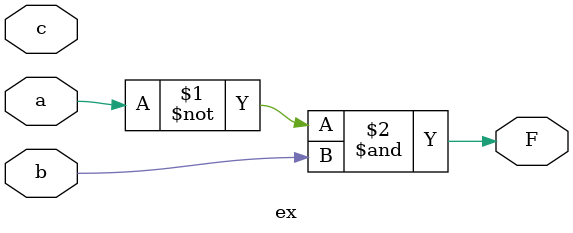
<source format=v>

module ex ( 
    a, b, c,
    F  );
  input  a, b, c;
  output F;
  assign F = ~a & b;
endmodule



</source>
